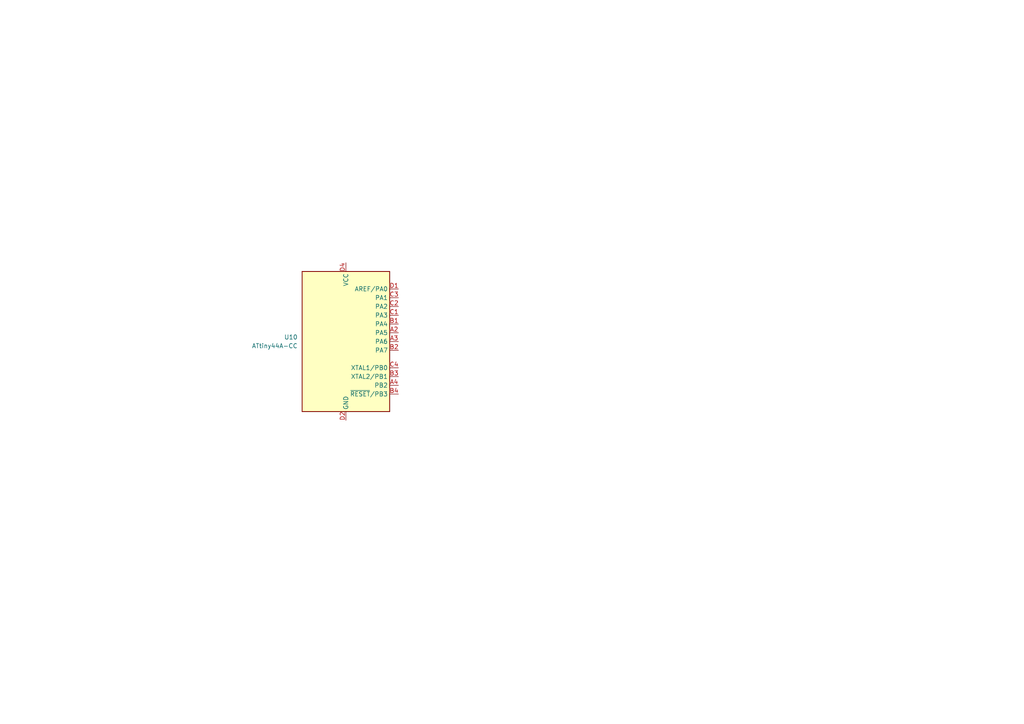
<source format=kicad_sch>
(kicad_sch (version 20231120) (generator "eeschema") (generator_version "8.0")
  (paper "A4")
  (lib_symbols
    (symbol "MCU_Microchip_ATtiny:ATtiny44A-CC"
      (property "Reference" "U" (at -12.7 21.59 0))
      (property "Value" "ATtiny44A-CC" (at 2.54 -21.59 0))
      (symbol "ATtiny44A-CC_0_1"
        (rectangle (start -12.7 -20.32) (end 12.7 20.32) (stroke (width 0.254)) (fill (type background)))
      )
      (symbol "ATtiny44A-CC_1_1"
        (pin bidirectional line (at 15.24 2.54 180) (length 2.54) (name "PA5") (number "A2"))
        (pin bidirectional line (at 15.24 0 180) (length 2.54) (name "PA6") (number "A3"))
        (pin bidirectional line (at 15.24 -12.7 180) (length 2.54) (name "PB2") (number "A4"))
        (pin bidirectional line (at 15.24 5.08 180) (length 2.54) (name "PA4") (number "B1"))
        (pin bidirectional line (at 15.24 -2.54 180) (length 2.54) (name "PA7") (number "B2"))
        (pin bidirectional line (at 15.24 -10.16 180) (length 2.54) (name "XTAL2/PB1") (number "B3"))
        (pin bidirectional line (at 15.24 -15.24 180) (length 2.54) (name "~{RESET}/PB3") (number "B4"))
        (pin bidirectional line (at 15.24 7.62 180) (length 2.54) (name "PA3") (number "C1"))
        (pin bidirectional line (at 15.24 10.16 180) (length 2.54) (name "PA2") (number "C2"))
        (pin bidirectional line (at 15.24 12.7 180) (length 2.54) (name "PA1") (number "C3"))
        (pin bidirectional line (at 15.24 -7.62 180) (length 2.54) (name "XTAL1/PB0") (number "C4"))
        (pin bidirectional line (at 15.24 15.24 180) (length 2.54) (name "AREF/PA0") (number "D1"))
        (pin power_in line (at 0 -22.86 90) (length 2.54) (name "GND") (number "D2"))
        (pin passive line (at 0 -22.86 90) (length 2.54) hide (name "GND") (number "D3"))
        (pin power_in line (at 0 22.86 270) (length 2.54) (name "VCC") (number "D4"))
      )
    )
  )
  (symbol (lib_id "MCU_Microchip_ATtiny:ATtiny44A-CC") (at 100.33 99.06 0) (unit 1)
    (property "Reference" "U10" (at 86.36 97.7899 0) (effects (justify right)))
    (property "Value" "ATtiny44A-CC" (at 86.36 100.3299 0) (effects (justify right)))
    (property "Footprint" "Package_BGA:UFBGA-15_3.0x3.0mm_Layout4x4_P0.65mm" (effects (hide yes)))
    (property "Datasheet" "http://ww1.microchip.com/downloads/en/DeviceDoc/doc8183.pdf" (effects (hide yes)))
    (property "Description" "20MHz, 4kB Flash, 256B SRAM, 256B EEPROM, debugWIRE, UFBGA-15" (effects (hide yes)))
  )
)
</source>
